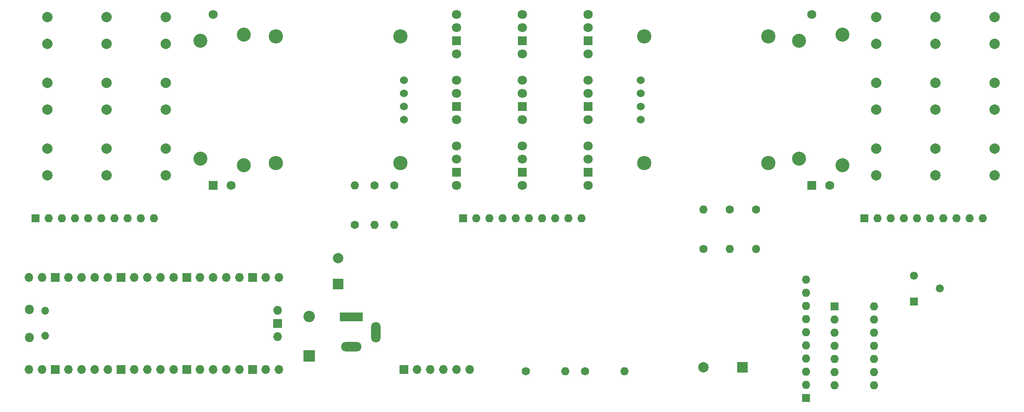
<source format=gbr>
%TF.GenerationSoftware,KiCad,Pcbnew,(5.1.10)-1*%
%TF.CreationDate,2021-07-08T22:59:45-04:00*%
%TF.ProjectId,RICM_pico,5249434d-5f70-4696-936f-2e6b69636164,rev?*%
%TF.SameCoordinates,Original*%
%TF.FileFunction,Soldermask,Bot*%
%TF.FilePolarity,Negative*%
%FSLAX46Y46*%
G04 Gerber Fmt 4.6, Leading zero omitted, Abs format (unit mm)*
G04 Created by KiCad (PCBNEW (5.1.10)-1) date 2021-07-08 22:59:45*
%MOMM*%
%LPD*%
G01*
G04 APERTURE LIST*
%ADD10C,1.600000*%
%ADD11O,1.600000X1.600000*%
%ADD12R,1.600000X1.600000*%
%ADD13R,2.000000X2.000000*%
%ADD14C,2.000000*%
%ADD15C,1.550000*%
%ADD16R,1.550000X1.550000*%
%ADD17C,1.524000*%
%ADD18C,2.750000*%
%ADD19R,1.800000X1.800000*%
%ADD20C,1.800000*%
%ADD21R,1.700000X1.700000*%
%ADD22O,1.700000X1.700000*%
%ADD23O,1.800000X1.800000*%
%ADD24O,1.500000X1.500000*%
%ADD25R,1.750000X1.750000*%
%ADD26C,1.750000*%
%ADD27C,2.700000*%
%ADD28O,1.800000X4.000000*%
%ADD29O,4.000000X1.800000*%
%ADD30R,4.400000X1.800000*%
%ADD31R,2.200000X2.200000*%
%ADD32O,2.200000X2.200000*%
G04 APERTURE END LIST*
D10*
%TO.C,R8*%
X122096000Y-98168000D03*
D11*
X122096000Y-90548000D03*
%TD*%
D12*
%TO.C,RN4*%
X143016000Y-96858000D03*
D11*
X145556000Y-96858000D03*
X148096000Y-96858000D03*
X150636000Y-96858000D03*
X153176000Y-96858000D03*
X155716000Y-96858000D03*
X158256000Y-96858000D03*
X160796000Y-96858000D03*
X163336000Y-96858000D03*
X165876000Y-96858000D03*
%TD*%
D13*
%TO.C,LS1*%
X197006000Y-125638000D03*
D14*
X189406000Y-125638000D03*
%TD*%
D15*
%TO.C,RV3*%
X230046000Y-107938000D03*
D16*
X230046000Y-112938000D03*
D15*
X235046000Y-110438000D03*
%TD*%
D17*
%TO.C,DS2*%
X177306000Y-77808000D03*
X177306000Y-75268000D03*
X177306000Y-72728000D03*
X177306000Y-70188000D03*
D18*
X177976000Y-61748000D03*
X177976000Y-86248000D03*
X201976000Y-86248000D03*
X201976000Y-61748000D03*
%TD*%
D17*
%TO.C,DS1*%
X131586000Y-70188000D03*
X131586000Y-72728000D03*
X131586000Y-75268000D03*
X131586000Y-77808000D03*
D18*
X130916000Y-86248000D03*
X130916000Y-61748000D03*
X106916000Y-61748000D03*
X106916000Y-86248000D03*
%TD*%
D10*
%TO.C,R7*%
X189406000Y-102778000D03*
D11*
X189406000Y-95158000D03*
%TD*%
D10*
%TO.C,R6*%
X199566000Y-95158000D03*
D11*
X199566000Y-102778000D03*
%TD*%
D10*
%TO.C,R5*%
X194486000Y-95158000D03*
D11*
X194486000Y-102778000D03*
%TD*%
D10*
%TO.C,R4*%
X125906000Y-90548000D03*
D11*
X125906000Y-98168000D03*
%TD*%
D10*
%TO.C,R3*%
X129716000Y-90548000D03*
D11*
X129716000Y-98168000D03*
%TD*%
D13*
%TO.C,C1*%
X118886000Y-109558000D03*
D14*
X118886000Y-104558000D03*
%TD*%
D19*
%TO.C,D10*%
X167146000Y-62568000D03*
D20*
X167146000Y-60028000D03*
X167146000Y-57488000D03*
X167146000Y-65108000D03*
%TD*%
D19*
%TO.C,D9*%
X167146000Y-75268000D03*
D20*
X167146000Y-72728000D03*
X167146000Y-70188000D03*
X167146000Y-77808000D03*
%TD*%
D19*
%TO.C,D8*%
X167146000Y-87968000D03*
D20*
X167146000Y-85428000D03*
X167146000Y-82888000D03*
X167146000Y-90508000D03*
%TD*%
D19*
%TO.C,D7*%
X154446000Y-62568000D03*
D20*
X154446000Y-60028000D03*
X154446000Y-57488000D03*
X154446000Y-65108000D03*
%TD*%
D19*
%TO.C,D6*%
X154446000Y-75268000D03*
D20*
X154446000Y-72728000D03*
X154446000Y-70188000D03*
X154446000Y-77808000D03*
%TD*%
D19*
%TO.C,D5*%
X154446000Y-87968000D03*
D20*
X154446000Y-85428000D03*
X154446000Y-82888000D03*
X154446000Y-90508000D03*
%TD*%
D19*
%TO.C,D4*%
X141746000Y-62568000D03*
D20*
X141746000Y-60028000D03*
X141746000Y-57488000D03*
X141746000Y-65108000D03*
%TD*%
D19*
%TO.C,D3*%
X141746000Y-75268000D03*
D20*
X141746000Y-72728000D03*
X141746000Y-70188000D03*
X141746000Y-77808000D03*
%TD*%
D19*
%TO.C,D2*%
X141746000Y-87968000D03*
D20*
X141746000Y-85428000D03*
X141746000Y-82888000D03*
X141746000Y-90508000D03*
%TD*%
D10*
%TO.C,R2*%
X166566000Y-126468000D03*
D11*
X174186000Y-126468000D03*
%TD*%
D21*
%TO.C,J2*%
X131586000Y-126068000D03*
D22*
X134126000Y-126068000D03*
X136666000Y-126068000D03*
X139206000Y-126068000D03*
X141746000Y-126068000D03*
X144286000Y-126068000D03*
%TD*%
D12*
%TO.C,SW19*%
X214757000Y-113919000D03*
D11*
X222377000Y-129159000D03*
X214757000Y-116459000D03*
X222377000Y-126619000D03*
X214757000Y-118999000D03*
X222377000Y-124079000D03*
X214757000Y-121539000D03*
X222377000Y-121539000D03*
X214757000Y-124079000D03*
X222377000Y-118999000D03*
X214757000Y-126619000D03*
X222377000Y-116459000D03*
X214757000Y-129159000D03*
X222377000Y-113919000D03*
%TD*%
D14*
%TO.C,SW18*%
X85612000Y-63177600D03*
X85612000Y-58021400D03*
%TD*%
%TO.C,SW17*%
X85612000Y-75877600D03*
X85612000Y-70721400D03*
%TD*%
%TO.C,SW16*%
X85612000Y-88577600D03*
X85612000Y-83421400D03*
%TD*%
%TO.C,SW15*%
X74182000Y-63177600D03*
X74182000Y-58021400D03*
%TD*%
%TO.C,SW14*%
X74182000Y-75877600D03*
X74182000Y-70721400D03*
%TD*%
%TO.C,SW13*%
X74182000Y-88577600D03*
X74182000Y-83421400D03*
%TD*%
%TO.C,SW12*%
X62752000Y-63177600D03*
X62752000Y-58021400D03*
%TD*%
%TO.C,SW11*%
X62752000Y-75877600D03*
X62752000Y-70721400D03*
%TD*%
%TO.C,SW10*%
X62752000Y-88577600D03*
X62752000Y-83421400D03*
%TD*%
D12*
%TO.C,RN3*%
X209218000Y-131607000D03*
D11*
X209218000Y-129067000D03*
X209218000Y-126527000D03*
X209218000Y-123987000D03*
X209218000Y-121447000D03*
X209218000Y-118907000D03*
X209218000Y-116367000D03*
X209218000Y-113827000D03*
X209218000Y-111287000D03*
X209218000Y-108747000D03*
%TD*%
D12*
%TO.C,RN2*%
X60466000Y-96858000D03*
D11*
X63006000Y-96858000D03*
X65546000Y-96858000D03*
X68086000Y-96858000D03*
X70626000Y-96858000D03*
X73166000Y-96858000D03*
X75706000Y-96858000D03*
X78246000Y-96858000D03*
X80786000Y-96858000D03*
X83326000Y-96858000D03*
%TD*%
D10*
%TO.C,R1*%
X155136000Y-126468000D03*
D11*
X162756000Y-126468000D03*
%TD*%
D22*
%TO.C,U1*%
X59196000Y-126068000D03*
X61736000Y-126068000D03*
D21*
X64276000Y-126068000D03*
D22*
X66816000Y-126068000D03*
X69356000Y-126068000D03*
X71896000Y-126068000D03*
X74436000Y-126068000D03*
D21*
X76976000Y-126068000D03*
D22*
X79516000Y-126068000D03*
X82056000Y-126068000D03*
X84596000Y-126068000D03*
X87136000Y-126068000D03*
D21*
X89676000Y-126068000D03*
D22*
X92216000Y-126068000D03*
X94756000Y-126068000D03*
X97296000Y-126068000D03*
X99836000Y-126068000D03*
D21*
X102376000Y-126068000D03*
D22*
X104916000Y-126068000D03*
X107456000Y-126068000D03*
X107456000Y-108288000D03*
X104916000Y-108288000D03*
D21*
X102376000Y-108288000D03*
D22*
X99836000Y-108288000D03*
X97296000Y-108288000D03*
X94756000Y-108288000D03*
X92216000Y-108288000D03*
D21*
X89676000Y-108288000D03*
D22*
X87136000Y-108288000D03*
X84596000Y-108288000D03*
X82056000Y-108288000D03*
X79516000Y-108288000D03*
D21*
X76976000Y-108288000D03*
D22*
X74436000Y-108288000D03*
X71896000Y-108288000D03*
X69356000Y-108288000D03*
X66816000Y-108288000D03*
D21*
X64276000Y-108288000D03*
D22*
X61736000Y-108288000D03*
X59196000Y-108288000D03*
D23*
X59326000Y-119903000D03*
X59326000Y-114453000D03*
D24*
X62356000Y-119603000D03*
X62356000Y-114753000D03*
D22*
X107226000Y-119718000D03*
D21*
X107226000Y-117178000D03*
D22*
X107226000Y-114638000D03*
%TD*%
D14*
%TO.C,SW9*%
X245632000Y-63177600D03*
X245632000Y-58021400D03*
%TD*%
%TO.C,SW8*%
X245632000Y-75877600D03*
X245632000Y-70721400D03*
%TD*%
%TO.C,SW7*%
X245632000Y-88577600D03*
X245632000Y-83421400D03*
%TD*%
%TO.C,SW6*%
X234202000Y-63177600D03*
X234202000Y-58021400D03*
%TD*%
%TO.C,SW5*%
X234202000Y-75877600D03*
X234202000Y-70721400D03*
%TD*%
%TO.C,SW4*%
X234202000Y-88577600D03*
X234202000Y-83421400D03*
%TD*%
%TO.C,SW3*%
X222772000Y-63177600D03*
X222772000Y-58021400D03*
%TD*%
%TO.C,SW2*%
X222772000Y-75877600D03*
X222772000Y-70721400D03*
%TD*%
%TO.C,SW1*%
X222772000Y-88577600D03*
X222772000Y-83421400D03*
%TD*%
D25*
%TO.C,RV2*%
X210326000Y-90508000D03*
D26*
X213826000Y-90508000D03*
X210326000Y-57508000D03*
D27*
X207876000Y-85408000D03*
X207876000Y-62608000D03*
X216276000Y-86608000D03*
X216276000Y-61408000D03*
%TD*%
D25*
%TO.C,RV1*%
X94756000Y-90508000D03*
D26*
X98256000Y-90508000D03*
X94756000Y-57508000D03*
D27*
X92306000Y-85408000D03*
X92306000Y-62608000D03*
X100706000Y-86608000D03*
X100706000Y-61408000D03*
%TD*%
D12*
%TO.C,RN1*%
X220486000Y-96858000D03*
D11*
X223026000Y-96858000D03*
X225566000Y-96858000D03*
X228106000Y-96858000D03*
X230646000Y-96858000D03*
X233186000Y-96858000D03*
X235726000Y-96858000D03*
X238266000Y-96858000D03*
X240806000Y-96858000D03*
X243346000Y-96858000D03*
%TD*%
D28*
%TO.C,J1*%
X126226000Y-118908000D03*
D29*
X121426000Y-121708000D03*
D30*
X121426000Y-115908000D03*
%TD*%
D31*
%TO.C,D1*%
X113333000Y-123479000D03*
D32*
X113333000Y-115859000D03*
%TD*%
M02*

</source>
